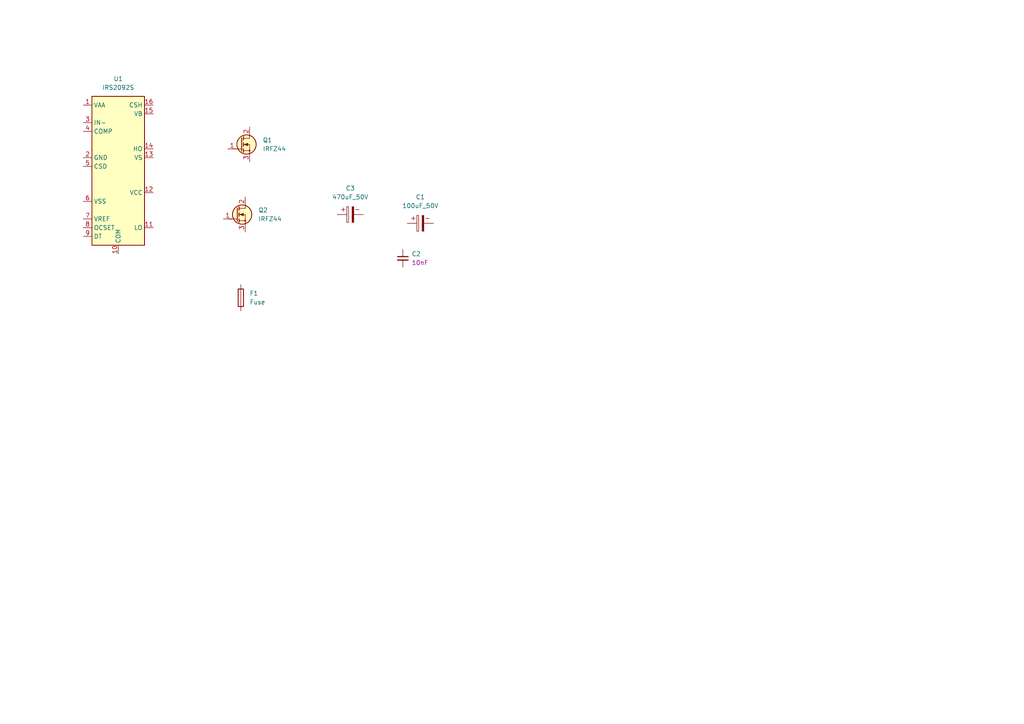
<source format=kicad_sch>
(kicad_sch (version 20250114) (generator "eeschema") (generator_version "9.0")
  (paper "A4")
  (lib_symbols
    (symbol "Amplifier_Audio:IRS2092S"
      (property "Reference" "U" (at 0 26.035 0))
      (property "Value" "IRS2092S" (at 0 24.13 0))
      (symbol "IRS2092S_0_1"
        (rectangle (start -7.62 -20.32) (end 7.62 22.86) (stroke (width 0.254)) (fill (type background)))
      )
      (symbol "IRS2092S_1_1"
        (pin power_in line (at -10.16 20.32 0) (length 2.54) (name "VAA") (number "1"))
        (pin input line (at -10.16 15.24 0) (length 2.54) (name "IN-") (number "3"))
        (pin output line (at -10.16 12.7 0) (length 2.54) (name "COMP") (number "4"))
        (pin power_in line (at -10.16 5.08 0) (length 2.54) (name "GND") (number "2"))
        (pin passive line (at -10.16 2.54 0) (length 2.54) (name "CSD") (number "5"))
        (pin power_in line (at -10.16 -7.62 0) (length 2.54) (name "VSS") (number "6"))
        (pin power_out line (at -10.16 -12.7 0) (length 2.54) (name "VREF") (number "7"))
        (pin passive line (at -10.16 -15.24 0) (length 2.54) (name "OCSET") (number "8"))
        (pin passive line (at -10.16 -17.78 0) (length 2.54) (name "DT") (number "9"))
        (pin power_in line (at 0 -22.86 90) (length 2.54) (name "COM") (number "10"))
        (pin passive line (at 10.16 20.32 180) (length 2.54) (name "CSH") (number "16"))
        (pin power_in line (at 10.16 17.78 180) (length 2.54) (name "VB") (number "15"))
        (pin output line (at 10.16 7.62 180) (length 2.54) (name "HO") (number "14"))
        (pin passive line (at 10.16 5.08 180) (length 2.54) (name "VS") (number "13"))
        (pin power_in line (at 10.16 -5.08 180) (length 2.54) (name "VCC") (number "12"))
        (pin output line (at 10.16 -15.24 180) (length 2.54) (name "LO") (number "11"))
      )
    )
    (symbol "Device:Fuse" (pin_numbers (hide yes)) (pin_names (offset 0))
      (property "Reference" "F" (at 2.032 0 90))
      (property "Value" "Fuse" (at -1.905 0 90))
      (symbol "Fuse_0_1"
        (rectangle (start -0.762 -2.54) (end 0.762 2.54) (stroke (width 0.254)))
        (polyline (pts (xy 0 2.54) (xy 0 -2.54)))
      )
      (symbol "Fuse_1_1"
        (pin passive line (at 0 3.81 270) (length 1.27) (name "~") (number "1"))
        (pin passive line (at 0 -3.81 90) (length 1.27) (name "~") (number "2"))
      )
    )
    (symbol "PCM_4ms_Capacitor:10nF_0603_25V" (pin_numbers (hide yes)) (pin_names (offset 0.254) (hide yes))
      (property "Reference" "C" (at 1.905 1.27 0))
      (property "Display" "10nF" (at 1.905 -1.27 0))
      (symbol "10nF_0603_25V_0_1"
        (polyline (pts (xy -1.524 0.508) (xy 1.524 0.508)) (stroke (width 0.3048)))
        (polyline (pts (xy -1.524 -0.508) (xy 1.524 -0.508)) (stroke (width 0.3302)))
      )
      (symbol "10nF_0603_25V_1_1"
        (pin passive line (at 0 2.54 270) (length 2.032) (name "~") (number "1"))
        (pin passive line (at 0 -2.54 90) (length 2.032) (name "~") (number "2"))
      )
    )
    (symbol "PCM_SL_Capacitors:100uF_50V"
      (property "Reference" "C" (at 0 7.62 0))
      (property "Value" "100uF_50V" (at 0 5.08 0))
      (symbol "100uF_50V_0_0"
        (text "+" (at -2.032 1.524 0) (effects (font (size 1.27 1.27))))
        (text "-" (at 2.032 1.524 0) (effects (font (size 1.27 1.27))))
      )
      (symbol "100uF_50V_0_1"
        (rectangle (start -1.016 -2.286) (end -0.508 2.286))
        (rectangle (start 0.508 -2.286) (end 1.016 2.286) (fill (type outline)))
      )
      (symbol "100uF_50V_1_1"
        (pin passive line (at -3.81 0 0) (length 2.7) (name "~") (number "1"))
        (pin input line (at 3.81 0 180) (length 2.7) (name "~") (number "2"))
      )
    )
    (symbol "PCM_SL_Capacitors:470uF_50V"
      (property "Reference" "C" (at 0 7.62 0))
      (property "Value" "470uF_50V" (at 0 5.08 0))
      (symbol "470uF_50V_0_0"
        (text "+" (at -2.032 1.524 0) (effects (font (size 1.27 1.27))))
        (text "-" (at 2.032 1.524 0) (effects (font (size 1.27 1.27))))
      )
      (symbol "470uF_50V_0_1"
        (rectangle (start -1.016 -2.286) (end -0.508 2.286))
        (rectangle (start 0.508 -2.286) (end 1.016 2.286) (fill (type outline)))
      )
      (symbol "470uF_50V_1_1"
        (pin passive line (at -3.81 0 0) (length 2.7) (name "~") (number "1"))
        (pin input line (at 3.81 0 180) (length 2.7) (name "~") (number "2"))
      )
    )
    (symbol "PCM_Transistor_MOSFET_AKL:IRFZ44" (pin_names (hide yes))
      (property "Reference" "Q" (at 5.08 1.27 0))
      (property "Value" "IRFZ44" (at 5.08 -1.27 0))
      (symbol "IRFZ44_0_1"
        (polyline (pts (xy 0.254 1.905) (xy 0.254 -1.905)) (stroke (width 0.254)))
        (polyline (pts (xy 0.254 -1.27) (xy -2.54 -1.27)))
        (polyline (pts (xy 0.762 2.286) (xy 0.762 1.27)) (stroke (width 0.254)))
        (polyline (pts (xy 0.762 0.508) (xy 0.762 -0.508)) (stroke (width 0.254)))
        (polyline (pts (xy 0.762 -1.27) (xy 0.762 -2.286)) (stroke (width 0.254)))
        (polyline (pts (xy 0.762 -1.778) (xy 2.54 -1.778)))
        (polyline (pts (xy 1.016 0) (xy 2.032 0.381) (xy 2.032 -0.381) (xy 1.016 0)) (fill (type outline)))
        (circle (center 1.651 0) (radius 2.794) (stroke (width 0.254)) (fill (type background)))
        (polyline (pts (xy 2.54 2.54) (xy 2.54 1.778)))
        (polyline (pts (xy 2.54 1.778) (xy 0.762 1.778)))
        (circle (center 2.54 -1.778) (radius 0.1778) (fill (type outline)))
        (polyline (pts (xy 2.54 -2.54) (xy 2.54 0) (xy 0.762 0)))
      )
      (symbol "IRFZ44_1_1"
        (pin input line (at -3.81 -1.27 0) (length 2.54) (name "G") (number "1"))
        (pin passive line (at 2.54 5.08 270) (length 2.54) (name "D") (number "2"))
        (pin passive line (at 2.54 -5.08 90) (length 2.54) (name "S") (number "3"))
      )
    )
  )
  (symbol (lib_id "Amplifier_Audio:IRS2092S") (at 34.29 50.8 0) (unit 1)
    (property "Reference" "U1" (at 34.29 22.86 0))
    (property "Value" "IRS2092S" (at 34.29 25.4 0))
    (property "Footprint" "Package_SO:SOIC-16_3.9x9.9mm_P1.27mm" (effects (hide yes)))
    (property "Datasheet" "http://www.infineon.com/dgdl/irs2092.pdf?fileId=5546d462533600a401535675f1be2790" (effects (hide yes)))
    (property "Description" "Protected Digital Audio Amplifier, PWM Modulator, ±100V, 1.0/1.2A, SOIC-16" (effects (hide yes)))
  )
  (symbol (lib_id "Device:Fuse") (at 69.85 86.36 0) (unit 1)
    (property "Reference" "F1" (at 72.39 85.0899 0) (effects (justify left)))
    (property "Value" "Fuse" (at 72.39 87.6299 0) (effects (justify left)))
    (property "Description" "Fuse" (effects (hide yes)))
  )
  (symbol (lib_id "PCM_Transistor_MOSFET_AKL:IRFZ44") (at 69.85 41.91 0) (unit 1)
    (property "Reference" "Q1" (at 76.2 40.6399 0) (effects (justify left)))
    (property "Value" "IRFZ44" (at 76.2 43.1799 0) (effects (justify left)))
    (property "Footprint" "PCM_Package_TO_SOT_THT_AKL:TO-220-3_Vertical_GDS" (effects (hide yes)))
    (property "Datasheet" "https://www.tme.eu/Document/0a193606916533598eb8a6f20b25c9c9/IRFZ44.pdf" (effects (hide yes)))
    (property "Description" "TO-220 N-MOSFET enchancement mode transistor, 60V, 50A, 150W, Alternate KiCAD Library" (effects (hide yes)))
  )
  (symbol (lib_id "PCM_4ms_Capacitor:10nF_0603_25V") (at 116.84 74.93 0) (unit 1)
    (property "Reference" "C2" (at 119.38 73.6662 0) (effects (justify left)))
    (property "Value" "10nF_0603_25V" (effects (hide yes)))
    (property "Footprint" "4ms_Capacitor:C_0603" (effects (hide yes)))
    (property "Description" "10nF, Min 25V, 10%, X7R or similar" (effects (hide yes)))
    (property "Specifications" "10nF, Min 25V, 10%, X7R or similar" (effects (hide yes)))
    (property "Manufacturer" "AVX Corporation" (effects (hide yes)))
    (property "Part Number" "06035C103KAT2A" (effects (hide yes)))
    (property "Display" "10nF" (at 119.38 76.2062 0) (effects (justify left)))
    (property "JLCPCB ID" "C57112" (effects (hide yes)))
  )
  (symbol (lib_id "PCM_SL_Capacitors:470uF_50V") (at 101.6 62.23 0) (unit 1)
    (property "Reference" "C3" (at 101.6 54.61 0))
    (property "Value" "470uF_50V" (at 101.6 57.15 0))
    (property "Footprint" "Capacitor_THT:CP_Radial_D10.0mm_P5.00mm" (effects (hide yes)))
    (property "Description" "470uF, 50V Electrolytic Capacitor" (effects (hide yes)))
  )
  (symbol (lib_id "PCM_Transistor_MOSFET_AKL:IRFZ44") (at 68.58 62.23 0) (unit 1)
    (property "Reference" "Q2" (at 74.93 60.9599 0) (effects (justify left)))
    (property "Value" "IRFZ44" (at 74.93 63.4999 0) (effects (justify left)))
    (property "Footprint" "PCM_Package_TO_SOT_THT_AKL:TO-220-3_Vertical_GDS" (effects (hide yes)))
    (property "Datasheet" "https://www.tme.eu/Document/0a193606916533598eb8a6f20b25c9c9/IRFZ44.pdf" (effects (hide yes)))
    (property "Description" "TO-220 N-MOSFET enchancement mode transistor, 60V, 50A, 150W, Alternate KiCAD Library" (effects (hide yes)))
  )
  (symbol (lib_id "PCM_SL_Capacitors:100uF_50V") (at 121.92 64.77 0) (unit 1)
    (property "Reference" "C1" (at 121.92 57.15 0))
    (property "Value" "100uF_50V" (at 121.92 59.69 0))
    (property "Footprint" "Capacitor_THT:CP_Radial_D8.0mm_P3.50mm" (effects (hide yes)))
    (property "Description" "100uF, 50V Electrolytic Capacitor" (effects (hide yes)))
  )
)
</source>
